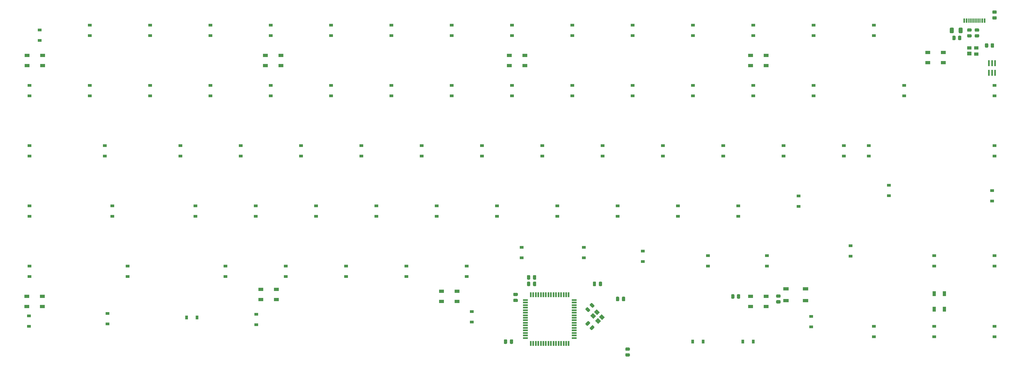
<source format=gbr>
%TF.GenerationSoftware,KiCad,Pcbnew,(5.1.9)-1*%
%TF.CreationDate,2021-05-13T13:18:14-04:00*%
%TF.ProjectId,rnm-75E,726e6d2d-3735-4452-9e6b-696361645f70,rev?*%
%TF.SameCoordinates,Original*%
%TF.FileFunction,Paste,Bot*%
%TF.FilePolarity,Positive*%
%FSLAX46Y46*%
G04 Gerber Fmt 4.6, Leading zero omitted, Abs format (unit mm)*
G04 Created by KiCad (PCBNEW (5.1.9)-1) date 2021-05-13 13:18:14*
%MOMM*%
%LPD*%
G01*
G04 APERTURE LIST*
%ADD10C,0.100000*%
%ADD11R,1.500000X0.550000*%
%ADD12R,0.550000X1.500000*%
%ADD13R,1.800000X1.100000*%
%ADD14R,0.600000X1.450000*%
%ADD15R,0.300000X1.450000*%
%ADD16R,0.500000X1.850000*%
%ADD17R,1.400000X1.000000*%
%ADD18R,1.400000X1.200000*%
%ADD19R,1.500000X1.000000*%
%ADD20R,1.000000X1.500000*%
%ADD21R,1.200000X0.900000*%
%ADD22R,0.900000X1.200000*%
G04 APERTURE END LIST*
%TO.C,R2*%
G36*
G01*
X566337500Y-67812499D02*
X566337500Y-68712501D01*
G75*
G02*
X566087501Y-68962500I-249999J0D01*
G01*
X565562499Y-68962500D01*
G75*
G02*
X565312500Y-68712501I0J249999D01*
G01*
X565312500Y-67812499D01*
G75*
G02*
X565562499Y-67562500I249999J0D01*
G01*
X566087501Y-67562500D01*
G75*
G02*
X566337500Y-67812499I0J-249999D01*
G01*
G37*
G36*
G01*
X568162500Y-67812499D02*
X568162500Y-68712501D01*
G75*
G02*
X567912501Y-68962500I-249999J0D01*
G01*
X567387499Y-68962500D01*
G75*
G02*
X567137500Y-68712501I0J249999D01*
G01*
X567137500Y-67812499D01*
G75*
G02*
X567387499Y-67562500I249999J0D01*
G01*
X567912501Y-67562500D01*
G75*
G02*
X568162500Y-67812499I0J-249999D01*
G01*
G37*
%TD*%
%TO.C,C_FM1*%
G36*
G01*
X500837500Y-62705000D02*
X500837500Y-61755000D01*
G75*
G02*
X501087500Y-61505000I250000J0D01*
G01*
X501587500Y-61505000D01*
G75*
G02*
X501837500Y-61755000I0J-250000D01*
G01*
X501837500Y-62705000D01*
G75*
G02*
X501587500Y-62955000I-250000J0D01*
G01*
X501087500Y-62955000D01*
G75*
G02*
X500837500Y-62705000I0J250000D01*
G01*
G37*
G36*
G01*
X502737500Y-62705000D02*
X502737500Y-61755000D01*
G75*
G02*
X502987500Y-61505000I250000J0D01*
G01*
X503487500Y-61505000D01*
G75*
G02*
X503737500Y-61755000I0J-250000D01*
G01*
X503737500Y-62705000D01*
G75*
G02*
X503487500Y-62955000I-250000J0D01*
G01*
X502987500Y-62955000D01*
G75*
G02*
X502737500Y-62705000I0J250000D01*
G01*
G37*
%TD*%
D10*
%TO.C,Y1*%
G36*
X525379347Y-74859988D02*
G01*
X524530819Y-75708516D01*
X523540869Y-74718566D01*
X524389397Y-73870038D01*
X525379347Y-74859988D01*
G37*
G36*
X523823712Y-73304353D02*
G01*
X522975184Y-74152881D01*
X521985234Y-73162931D01*
X522833762Y-72314403D01*
X523823712Y-73304353D01*
G37*
G36*
X522621631Y-74506434D02*
G01*
X521773103Y-75354962D01*
X520783153Y-74365012D01*
X521631681Y-73516484D01*
X522621631Y-74506434D01*
G37*
G36*
X524177266Y-76062069D02*
G01*
X523328738Y-76910597D01*
X522338788Y-75920647D01*
X523187316Y-75072119D01*
X524177266Y-76062069D01*
G37*
%TD*%
D11*
%TO.C,U1*%
X500300000Y-69406250D03*
X500300000Y-70206250D03*
X500300000Y-71006250D03*
X500300000Y-71806250D03*
X500300000Y-72606250D03*
X500300000Y-73406250D03*
X500300000Y-74206250D03*
X500300000Y-75006250D03*
X500300000Y-75806250D03*
X500300000Y-76606250D03*
X500300000Y-77406250D03*
X500300000Y-78206250D03*
X500300000Y-79006250D03*
X500300000Y-79806250D03*
X500300000Y-80606250D03*
X500300000Y-81406250D03*
D12*
X502000000Y-83106250D03*
X502800000Y-83106250D03*
X503600000Y-83106250D03*
X504400000Y-83106250D03*
X505200000Y-83106250D03*
X506000000Y-83106250D03*
X506800000Y-83106250D03*
X507600000Y-83106250D03*
X508400000Y-83106250D03*
X509200000Y-83106250D03*
X510000000Y-83106250D03*
X510800000Y-83106250D03*
X511600000Y-83106250D03*
X512400000Y-83106250D03*
X513200000Y-83106250D03*
X514000000Y-83106250D03*
D11*
X515700000Y-81406250D03*
X515700000Y-80606250D03*
X515700000Y-79806250D03*
X515700000Y-79006250D03*
X515700000Y-78206250D03*
X515700000Y-77406250D03*
X515700000Y-76606250D03*
X515700000Y-75806250D03*
X515700000Y-75006250D03*
X515700000Y-74206250D03*
X515700000Y-73406250D03*
X515700000Y-72606250D03*
X515700000Y-71806250D03*
X515700000Y-71006250D03*
X515700000Y-70206250D03*
X515700000Y-69406250D03*
D12*
X514000000Y-67706250D03*
X513200000Y-67706250D03*
X512400000Y-67706250D03*
X511600000Y-67706250D03*
X510800000Y-67706250D03*
X510000000Y-67706250D03*
X509200000Y-67706250D03*
X508400000Y-67706250D03*
X507600000Y-67706250D03*
X506800000Y-67706250D03*
X506000000Y-67706250D03*
X505200000Y-67706250D03*
X504400000Y-67706250D03*
X503600000Y-67706250D03*
X502800000Y-67706250D03*
X502000000Y-67706250D03*
%TD*%
D13*
%TO.C,SW1*%
X582612500Y-65881250D03*
X588812500Y-69581250D03*
X582612500Y-69581250D03*
X588812500Y-65881250D03*
%TD*%
%TO.C,R_u2*%
G36*
G01*
X646506250Y11562501D02*
X646506250Y10662499D01*
G75*
G02*
X646256251Y10412500I-249999J0D01*
G01*
X645731249Y10412500D01*
G75*
G02*
X645481250Y10662499I0J249999D01*
G01*
X645481250Y11562501D01*
G75*
G02*
X645731249Y11812500I249999J0D01*
G01*
X646256251Y11812500D01*
G75*
G02*
X646506250Y11562501I0J-249999D01*
G01*
G37*
G36*
G01*
X648331250Y11562501D02*
X648331250Y10662499D01*
G75*
G02*
X648081251Y10412500I-249999J0D01*
G01*
X647556249Y10412500D01*
G75*
G02*
X647306250Y10662499I0J249999D01*
G01*
X647306250Y11562501D01*
G75*
G02*
X647556249Y11812500I249999J0D01*
G01*
X648081251Y11812500D01*
G75*
G02*
X648331250Y11562501I0J-249999D01*
G01*
G37*
%TD*%
%TO.C,R_u1*%
G36*
G01*
X636987500Y13043749D02*
X636987500Y13943751D01*
G75*
G02*
X637237499Y14193750I249999J0D01*
G01*
X637762501Y14193750D01*
G75*
G02*
X638012500Y13943751I0J-249999D01*
G01*
X638012500Y13043749D01*
G75*
G02*
X637762501Y12793750I-249999J0D01*
G01*
X637237499Y12793750D01*
G75*
G02*
X636987500Y13043749I0J249999D01*
G01*
G37*
G36*
G01*
X635162500Y13043749D02*
X635162500Y13943751D01*
G75*
G02*
X635412499Y14193750I249999J0D01*
G01*
X635937501Y14193750D01*
G75*
G02*
X636187500Y13943751I0J-249999D01*
G01*
X636187500Y13043749D01*
G75*
G02*
X635937501Y12793750I-249999J0D01*
G01*
X635412499Y12793750D01*
G75*
G02*
X635162500Y13043749I0J249999D01*
G01*
G37*
%TD*%
%TO.C,R_SW2*%
G36*
G01*
X533056251Y-87268750D02*
X532156249Y-87268750D01*
G75*
G02*
X531906250Y-87018751I0J249999D01*
G01*
X531906250Y-86493749D01*
G75*
G02*
X532156249Y-86243750I249999J0D01*
G01*
X533056251Y-86243750D01*
G75*
G02*
X533306250Y-86493749I0J-249999D01*
G01*
X533306250Y-87018751D01*
G75*
G02*
X533056251Y-87268750I-249999J0D01*
G01*
G37*
G36*
G01*
X533056251Y-85443750D02*
X532156249Y-85443750D01*
G75*
G02*
X531906250Y-85193751I0J249999D01*
G01*
X531906250Y-84668749D01*
G75*
G02*
X532156249Y-84418750I249999J0D01*
G01*
X533056251Y-84418750D01*
G75*
G02*
X533306250Y-84668749I0J-249999D01*
G01*
X533306250Y-85193751D01*
G75*
G02*
X533056251Y-85443750I-249999J0D01*
G01*
G37*
%TD*%
%TO.C,R_SW1*%
G36*
G01*
X579781249Y-67631250D02*
X580681251Y-67631250D01*
G75*
G02*
X580931250Y-67881249I0J-249999D01*
G01*
X580931250Y-68406251D01*
G75*
G02*
X580681251Y-68656250I-249999J0D01*
G01*
X579781249Y-68656250D01*
G75*
G02*
X579531250Y-68406251I0J249999D01*
G01*
X579531250Y-67881249D01*
G75*
G02*
X579781249Y-67631250I249999J0D01*
G01*
G37*
G36*
G01*
X579781249Y-69456250D02*
X580681251Y-69456250D01*
G75*
G02*
X580931250Y-69706249I0J-249999D01*
G01*
X580931250Y-70231251D01*
G75*
G02*
X580681251Y-70481250I-249999J0D01*
G01*
X579781249Y-70481250D01*
G75*
G02*
X579531250Y-70231251I0J249999D01*
G01*
X579531250Y-69706249D01*
G75*
G02*
X579781249Y-69456250I249999J0D01*
G01*
G37*
%TD*%
%TO.C,R_d2*%
G36*
G01*
X641006251Y15481250D02*
X640106249Y15481250D01*
G75*
G02*
X639856250Y15731249I0J249999D01*
G01*
X639856250Y16256251D01*
G75*
G02*
X640106249Y16506250I249999J0D01*
G01*
X641006251Y16506250D01*
G75*
G02*
X641256250Y16256251I0J-249999D01*
G01*
X641256250Y15731249D01*
G75*
G02*
X641006251Y15481250I-249999J0D01*
G01*
G37*
G36*
G01*
X641006251Y13656250D02*
X640106249Y13656250D01*
G75*
G02*
X639856250Y13906249I0J249999D01*
G01*
X639856250Y14431251D01*
G75*
G02*
X640106249Y14681250I249999J0D01*
G01*
X641006251Y14681250D01*
G75*
G02*
X641256250Y14431251I0J-249999D01*
G01*
X641256250Y13906249D01*
G75*
G02*
X641006251Y13656250I-249999J0D01*
G01*
G37*
%TD*%
%TO.C,R_d1*%
G36*
G01*
X643387501Y15481250D02*
X642487499Y15481250D01*
G75*
G02*
X642237500Y15731249I0J249999D01*
G01*
X642237500Y16256251D01*
G75*
G02*
X642487499Y16506250I249999J0D01*
G01*
X643387501Y16506250D01*
G75*
G02*
X643637500Y16256251I0J-249999D01*
G01*
X643637500Y15731249D01*
G75*
G02*
X643387501Y15481250I-249999J0D01*
G01*
G37*
G36*
G01*
X643387501Y13656250D02*
X642487499Y13656250D01*
G75*
G02*
X642237500Y13906249I0J249999D01*
G01*
X642237500Y14431251D01*
G75*
G02*
X642487499Y14681250I249999J0D01*
G01*
X643387501Y14681250D01*
G75*
G02*
X643637500Y14431251I0J-249999D01*
G01*
X643637500Y13906249D01*
G75*
G02*
X643387501Y13656250I-249999J0D01*
G01*
G37*
%TD*%
%TO.C,R1*%
G36*
G01*
X648943751Y21156250D02*
X648043749Y21156250D01*
G75*
G02*
X647793750Y21406249I0J249999D01*
G01*
X647793750Y21931251D01*
G75*
G02*
X648043749Y22181250I249999J0D01*
G01*
X648943751Y22181250D01*
G75*
G02*
X649193750Y21931251I0J-249999D01*
G01*
X649193750Y21406249D01*
G75*
G02*
X648943751Y21156250I-249999J0D01*
G01*
G37*
G36*
G01*
X648943751Y19331250D02*
X648043749Y19331250D01*
G75*
G02*
X647793750Y19581249I0J249999D01*
G01*
X647793750Y20106251D01*
G75*
G02*
X648043749Y20356250I249999J0D01*
G01*
X648943751Y20356250D01*
G75*
G02*
X649193750Y20106251I0J-249999D01*
G01*
X649193750Y19581249D01*
G75*
G02*
X648943751Y19331250I-249999J0D01*
G01*
G37*
%TD*%
D14*
%TO.C,J2*%
X645393750Y18973750D03*
X644593750Y18973750D03*
X639693750Y18973750D03*
X638893750Y18973750D03*
X638893750Y18973750D03*
X639693750Y18973750D03*
X644593750Y18973750D03*
X645393750Y18973750D03*
D15*
X640393750Y18973750D03*
X640893750Y18973750D03*
X641393750Y18973750D03*
X642393750Y18973750D03*
X642893750Y18973750D03*
X643393750Y18973750D03*
X643893750Y18973750D03*
X641893750Y18973750D03*
%TD*%
D16*
%TO.C,J1*%
X646700000Y2443750D03*
X646700000Y5493750D03*
X647700000Y2443750D03*
X647700000Y5493750D03*
X648700000Y2443750D03*
X648700000Y5493750D03*
%TD*%
%TO.C,F1*%
G36*
G01*
X634375000Y15250000D02*
X634375000Y16500000D01*
G75*
G02*
X634625000Y16750000I250000J0D01*
G01*
X635375000Y16750000D01*
G75*
G02*
X635625000Y16500000I0J-250000D01*
G01*
X635625000Y15250000D01*
G75*
G02*
X635375000Y15000000I-250000J0D01*
G01*
X634625000Y15000000D01*
G75*
G02*
X634375000Y15250000I0J250000D01*
G01*
G37*
G36*
G01*
X637175000Y15250000D02*
X637175000Y16500000D01*
G75*
G02*
X637425000Y16750000I250000J0D01*
G01*
X638175000Y16750000D01*
G75*
G02*
X638425000Y16500000I0J-250000D01*
G01*
X638425000Y15250000D01*
G75*
G02*
X638175000Y15000000I-250000J0D01*
G01*
X637425000Y15000000D01*
G75*
G02*
X637175000Y15250000I0J250000D01*
G01*
G37*
%TD*%
D17*
%TO.C,ESD1*%
X642756250Y8418750D03*
X642756250Y10318750D03*
X640556250Y10318750D03*
D18*
X640556250Y8598750D03*
%TD*%
D19*
%TO.C,D98*%
X347731250Y-68250000D03*
X347731250Y-71450000D03*
X342831250Y-68250000D03*
X342831250Y-71450000D03*
%TD*%
%TO.C,D97*%
X416740000Y-69240000D03*
X416740000Y-66040000D03*
X421640000Y-69240000D03*
X421640000Y-66040000D03*
%TD*%
%TO.C,D96*%
X473800000Y-69862500D03*
X473800000Y-66662500D03*
X478700000Y-69862500D03*
X478700000Y-66662500D03*
%TD*%
%TO.C,D95*%
X571431250Y-71450000D03*
X571431250Y-68250000D03*
X576331250Y-71450000D03*
X576331250Y-68250000D03*
%TD*%
D20*
%TO.C,D94*%
X632631250Y-72300000D03*
X629431250Y-72300000D03*
X632631250Y-67400000D03*
X629431250Y-67400000D03*
%TD*%
D19*
%TO.C,D93*%
X627380000Y5690000D03*
X627380000Y8890000D03*
X632280000Y5690000D03*
X632280000Y8890000D03*
%TD*%
%TO.C,D92*%
X576331250Y7950000D03*
X576331250Y4750000D03*
X571431250Y7950000D03*
X571431250Y4750000D03*
%TD*%
%TO.C,D91*%
X500131250Y7950000D03*
X500131250Y4750000D03*
X495231250Y7950000D03*
X495231250Y4750000D03*
%TD*%
%TO.C,D90*%
X418237500Y4750000D03*
X418237500Y7950000D03*
X423137500Y4750000D03*
X423137500Y7950000D03*
%TD*%
%TO.C,D89*%
X347800000Y7937500D03*
X347800000Y4737500D03*
X342900000Y7937500D03*
X342900000Y4737500D03*
%TD*%
D21*
%TO.C,D88*%
X648493750Y-58675000D03*
X648493750Y-55375000D03*
%TD*%
%TO.C,D87*%
X647700000Y-38100000D03*
X647700000Y-34800000D03*
%TD*%
%TO.C,D86*%
X648493750Y-20575000D03*
X648493750Y-23875000D03*
%TD*%
%TO.C,D85*%
X648493750Y-1525000D03*
X648493750Y-4825000D03*
%TD*%
%TO.C,D84*%
X346868750Y16000000D03*
X346868750Y12700000D03*
%TD*%
%TO.C,D83*%
X648493750Y-77725000D03*
X648493750Y-81025000D03*
%TD*%
%TO.C,D82*%
X629443750Y-77725000D03*
X629443750Y-81025000D03*
%TD*%
%TO.C,D81*%
X629412000Y-58675000D03*
X629412000Y-55375000D03*
%TD*%
%TO.C,D80*%
X615156250Y-36387500D03*
X615156250Y-33087500D03*
%TD*%
%TO.C,D79*%
X608806250Y-20575000D03*
X608806250Y-23875000D03*
%TD*%
%TO.C,D78*%
X619918750Y-1525000D03*
X619918750Y-4825000D03*
%TD*%
%TO.C,D77*%
X610393750Y-77725000D03*
X610393750Y-81025000D03*
%TD*%
%TO.C,D76*%
X610393750Y17525000D03*
X610393750Y14225000D03*
%TD*%
%TO.C,D75*%
X602996000Y-55500000D03*
X602996000Y-52200000D03*
%TD*%
%TO.C,D74*%
X600868750Y-20575000D03*
X600868750Y-23875000D03*
%TD*%
%TO.C,D73*%
X591343750Y-1525000D03*
X591343750Y-4825000D03*
%TD*%
%TO.C,D72*%
X591343750Y17525000D03*
X591343750Y14225000D03*
%TD*%
%TO.C,D71*%
X586581250Y-39812500D03*
X586581250Y-36512500D03*
%TD*%
%TO.C,D70*%
X581818750Y-20575000D03*
X581818750Y-23875000D03*
%TD*%
%TO.C,D69*%
X576580000Y-58675000D03*
X576580000Y-55375000D03*
%TD*%
%TO.C,D68*%
X572293750Y-1525000D03*
X572293750Y-4825000D03*
%TD*%
%TO.C,D67*%
X572293750Y17525000D03*
X572293750Y14225000D03*
%TD*%
%TO.C,D66*%
X590550000Y-74550000D03*
X590550000Y-77850000D03*
%TD*%
%TO.C,D65*%
X567531250Y-39625000D03*
X567531250Y-42925000D03*
%TD*%
%TO.C,D64*%
X562768750Y-20575000D03*
X562768750Y-23875000D03*
%TD*%
%TO.C,D63*%
X558006250Y-58675000D03*
X558006250Y-55375000D03*
%TD*%
%TO.C,D62*%
X553243750Y-1525000D03*
X553243750Y-4825000D03*
%TD*%
%TO.C,D61*%
X553243750Y17525000D03*
X553243750Y14225000D03*
%TD*%
D22*
%TO.C,D60*%
X572293750Y-82550000D03*
X568993750Y-82550000D03*
%TD*%
D21*
%TO.C,D59*%
X548481250Y-39625000D03*
X548481250Y-42925000D03*
%TD*%
%TO.C,D58*%
X543718750Y-20575000D03*
X543718750Y-23875000D03*
%TD*%
%TO.C,D57*%
X537368750Y-57212500D03*
X537368750Y-53912500D03*
%TD*%
%TO.C,D56*%
X534193750Y-1525000D03*
X534193750Y-4825000D03*
%TD*%
%TO.C,D55*%
X534193750Y17525000D03*
X534193750Y14225000D03*
%TD*%
%TO.C,D54*%
X529431250Y-39625000D03*
X529431250Y-42925000D03*
%TD*%
D22*
%TO.C,D53*%
X556481250Y-82550000D03*
X553181250Y-82550000D03*
%TD*%
D21*
%TO.C,D52*%
X524668750Y-20575000D03*
X524668750Y-23875000D03*
%TD*%
%TO.C,D51*%
X518795000Y-56005000D03*
X518795000Y-52705000D03*
%TD*%
%TO.C,D50*%
X515143750Y-1525000D03*
X515143750Y-4825000D03*
%TD*%
%TO.C,D49*%
X515143750Y17525000D03*
X515143750Y14225000D03*
%TD*%
%TO.C,D48*%
X510381250Y-39625000D03*
X510381250Y-42925000D03*
%TD*%
%TO.C,D47*%
X505618750Y-20575000D03*
X505618750Y-23875000D03*
%TD*%
%TO.C,D46*%
X499110000Y-56005000D03*
X499110000Y-52705000D03*
%TD*%
%TO.C,D45*%
X496093750Y-1525000D03*
X496093750Y-4825000D03*
%TD*%
%TO.C,D44*%
X496093750Y17525000D03*
X496093750Y14225000D03*
%TD*%
%TO.C,D43*%
X491331250Y-39625000D03*
X491331250Y-42925000D03*
%TD*%
%TO.C,D42*%
X486568750Y-20575000D03*
X486568750Y-23875000D03*
%TD*%
%TO.C,D41*%
X483393750Y-76325000D03*
X483393750Y-73025000D03*
%TD*%
%TO.C,D40*%
X481806250Y-58675000D03*
X481806250Y-61975000D03*
%TD*%
%TO.C,D39*%
X477043750Y-1525000D03*
X477043750Y-4825000D03*
%TD*%
%TO.C,D38*%
X477043750Y17525000D03*
X477043750Y14225000D03*
%TD*%
%TO.C,D37*%
X472281250Y-39625000D03*
X472281250Y-42925000D03*
%TD*%
%TO.C,D36*%
X467518750Y-20575000D03*
X467518750Y-23875000D03*
%TD*%
%TO.C,D35*%
X462756250Y-58675000D03*
X462756250Y-61975000D03*
%TD*%
%TO.C,D34*%
X457993750Y-1525000D03*
X457993750Y-4825000D03*
%TD*%
%TO.C,D33*%
X457993750Y17525000D03*
X457993750Y14225000D03*
%TD*%
%TO.C,D32*%
X453231250Y-39625000D03*
X453231250Y-42925000D03*
%TD*%
%TO.C,D31*%
X448468750Y-20575000D03*
X448468750Y-23875000D03*
%TD*%
%TO.C,D30*%
X443706250Y-58675000D03*
X443706250Y-61975000D03*
%TD*%
%TO.C,D29*%
X438943750Y-1525000D03*
X438943750Y-4825000D03*
%TD*%
%TO.C,D28*%
X438943750Y17525000D03*
X438943750Y14225000D03*
%TD*%
%TO.C,D27*%
X434181250Y-39625000D03*
X434181250Y-42925000D03*
%TD*%
%TO.C,D26*%
X429418750Y-20575000D03*
X429418750Y-23875000D03*
%TD*%
%TO.C,D25*%
X424656250Y-58675000D03*
X424656250Y-61975000D03*
%TD*%
%TO.C,D24*%
X419893750Y-1525000D03*
X419893750Y-4825000D03*
%TD*%
%TO.C,D23*%
X419893750Y17525000D03*
X419893750Y14225000D03*
%TD*%
%TO.C,D22*%
X415131250Y-39625000D03*
X415131250Y-42925000D03*
%TD*%
%TO.C,D21*%
X410368750Y-20575000D03*
X410368750Y-23875000D03*
%TD*%
%TO.C,D20*%
X415290000Y-77215000D03*
X415290000Y-73915000D03*
%TD*%
%TO.C,D19*%
X405606250Y-58675000D03*
X405606250Y-61975000D03*
%TD*%
%TO.C,D18*%
X400843750Y-1525000D03*
X400843750Y-4825000D03*
%TD*%
%TO.C,D17*%
X400843750Y17525000D03*
X400843750Y14225000D03*
%TD*%
%TO.C,D16*%
X396081250Y-39625000D03*
X396081250Y-42925000D03*
%TD*%
%TO.C,D15*%
X391318750Y-20575000D03*
X391318750Y-23875000D03*
%TD*%
D22*
%TO.C,D14*%
X393320000Y-74930000D03*
X396620000Y-74930000D03*
%TD*%
D21*
%TO.C,D13*%
X381793750Y-1525000D03*
X381793750Y-4825000D03*
%TD*%
%TO.C,D12*%
X381793750Y17525000D03*
X381793750Y14225000D03*
%TD*%
%TO.C,D11*%
X368300000Y-76960000D03*
X368300000Y-73660000D03*
%TD*%
%TO.C,D10*%
X374650000Y-58675000D03*
X374650000Y-61975000D03*
%TD*%
%TO.C,D9*%
X369887500Y-39625000D03*
X369887500Y-42925000D03*
%TD*%
%TO.C,D8*%
X367506250Y-20575000D03*
X367506250Y-23875000D03*
%TD*%
%TO.C,D7*%
X362743750Y-1525000D03*
X362743750Y-4825000D03*
%TD*%
%TO.C,D6*%
X362743750Y17525000D03*
X362743750Y14225000D03*
%TD*%
%TO.C,D5*%
X343535000Y-77725000D03*
X343535000Y-74425000D03*
%TD*%
%TO.C,D4*%
X343693750Y-58675000D03*
X343693750Y-61975000D03*
%TD*%
%TO.C,D3*%
X343693750Y-39625000D03*
X343693750Y-42925000D03*
%TD*%
%TO.C,D2*%
X343693750Y-20575000D03*
X343693750Y-23875000D03*
%TD*%
%TO.C,D1*%
X343693750Y-1525000D03*
X343693750Y-4825000D03*
%TD*%
%TO.C,CF3*%
G36*
G01*
X528931250Y-69531250D02*
X528931250Y-68581250D01*
G75*
G02*
X529181250Y-68331250I250000J0D01*
G01*
X529681250Y-68331250D01*
G75*
G02*
X529931250Y-68581250I0J-250000D01*
G01*
X529931250Y-69531250D01*
G75*
G02*
X529681250Y-69781250I-250000J0D01*
G01*
X529181250Y-69781250D01*
G75*
G02*
X528931250Y-69531250I0J250000D01*
G01*
G37*
G36*
G01*
X530831250Y-69531250D02*
X530831250Y-68581250D01*
G75*
G02*
X531081250Y-68331250I250000J0D01*
G01*
X531581250Y-68331250D01*
G75*
G02*
X531831250Y-68581250I0J-250000D01*
G01*
X531831250Y-69531250D01*
G75*
G02*
X531581250Y-69781250I-250000J0D01*
G01*
X531081250Y-69781250D01*
G75*
G02*
X530831250Y-69531250I0J250000D01*
G01*
G37*
%TD*%
%TO.C,C_X2*%
G36*
G01*
X520045927Y-71737322D02*
X520717678Y-72409073D01*
G75*
G02*
X520717678Y-72762627I-176777J-176777D01*
G01*
X520364125Y-73116180D01*
G75*
G02*
X520010571Y-73116180I-176777J176777D01*
G01*
X519338820Y-72444429D01*
G75*
G02*
X519338820Y-72090875I176777J176777D01*
G01*
X519692373Y-71737322D01*
G75*
G02*
X520045927Y-71737322I176777J-176777D01*
G01*
G37*
G36*
G01*
X521389429Y-70393820D02*
X522061180Y-71065571D01*
G75*
G02*
X522061180Y-71419125I-176777J-176777D01*
G01*
X521707627Y-71772678D01*
G75*
G02*
X521354073Y-71772678I-176777J176777D01*
G01*
X520682322Y-71100927D01*
G75*
G02*
X520682322Y-70747373I176777J176777D01*
G01*
X521035875Y-70393820D01*
G75*
G02*
X521389429Y-70393820I176777J-176777D01*
G01*
G37*
%TD*%
%TO.C,C_X1*%
G36*
G01*
X520717678Y-76815927D02*
X520045927Y-77487678D01*
G75*
G02*
X519692373Y-77487678I-176777J176777D01*
G01*
X519338820Y-77134125D01*
G75*
G02*
X519338820Y-76780571I176777J176777D01*
G01*
X520010571Y-76108820D01*
G75*
G02*
X520364125Y-76108820I176777J-176777D01*
G01*
X520717678Y-76462373D01*
G75*
G02*
X520717678Y-76815927I-176777J-176777D01*
G01*
G37*
G36*
G01*
X522061180Y-78159429D02*
X521389429Y-78831180D01*
G75*
G02*
X521035875Y-78831180I-176777J176777D01*
G01*
X520682322Y-78477627D01*
G75*
G02*
X520682322Y-78124073I176777J176777D01*
G01*
X521354073Y-77452322D01*
G75*
G02*
X521707627Y-77452322I176777J-176777D01*
G01*
X522061180Y-77805875D01*
G75*
G02*
X522061180Y-78159429I-176777J-176777D01*
G01*
G37*
%TD*%
%TO.C,C_ucap1*%
G36*
G01*
X524531250Y-63818750D02*
X524531250Y-64768750D01*
G75*
G02*
X524281250Y-65018750I-250000J0D01*
G01*
X523781250Y-65018750D01*
G75*
G02*
X523531250Y-64768750I0J250000D01*
G01*
X523531250Y-63818750D01*
G75*
G02*
X523781250Y-63568750I250000J0D01*
G01*
X524281250Y-63568750D01*
G75*
G02*
X524531250Y-63818750I0J-250000D01*
G01*
G37*
G36*
G01*
X522631250Y-63818750D02*
X522631250Y-64768750D01*
G75*
G02*
X522381250Y-65018750I-250000J0D01*
G01*
X521881250Y-65018750D01*
G75*
G02*
X521631250Y-64768750I0J250000D01*
G01*
X521631250Y-63818750D01*
G75*
G02*
X521881250Y-63568750I250000J0D01*
G01*
X522381250Y-63568750D01*
G75*
G02*
X522631250Y-63818750I0J-250000D01*
G01*
G37*
%TD*%
%TO.C,C_F4*%
G36*
G01*
X496730000Y-67130000D02*
X497680000Y-67130000D01*
G75*
G02*
X497930000Y-67380000I0J-250000D01*
G01*
X497930000Y-67880000D01*
G75*
G02*
X497680000Y-68130000I-250000J0D01*
G01*
X496730000Y-68130000D01*
G75*
G02*
X496480000Y-67880000I0J250000D01*
G01*
X496480000Y-67380000D01*
G75*
G02*
X496730000Y-67130000I250000J0D01*
G01*
G37*
G36*
G01*
X496730000Y-69030000D02*
X497680000Y-69030000D01*
G75*
G02*
X497930000Y-69280000I0J-250000D01*
G01*
X497930000Y-69780000D01*
G75*
G02*
X497680000Y-70030000I-250000J0D01*
G01*
X496730000Y-70030000D01*
G75*
G02*
X496480000Y-69780000I0J250000D01*
G01*
X496480000Y-69280000D01*
G75*
G02*
X496730000Y-69030000I250000J0D01*
G01*
G37*
%TD*%
%TO.C,C_F2*%
G36*
G01*
X496430000Y-82075000D02*
X496430000Y-83025000D01*
G75*
G02*
X496180000Y-83275000I-250000J0D01*
G01*
X495680000Y-83275000D01*
G75*
G02*
X495430000Y-83025000I0J250000D01*
G01*
X495430000Y-82075000D01*
G75*
G02*
X495680000Y-81825000I250000J0D01*
G01*
X496180000Y-81825000D01*
G75*
G02*
X496430000Y-82075000I0J-250000D01*
G01*
G37*
G36*
G01*
X494530000Y-82075000D02*
X494530000Y-83025000D01*
G75*
G02*
X494280000Y-83275000I-250000J0D01*
G01*
X493780000Y-83275000D01*
G75*
G02*
X493530000Y-83025000I0J250000D01*
G01*
X493530000Y-82075000D01*
G75*
G02*
X493780000Y-81825000I250000J0D01*
G01*
X494280000Y-81825000D01*
G75*
G02*
X494530000Y-82075000I0J-250000D01*
G01*
G37*
%TD*%
%TO.C,C_F1*%
G36*
G01*
X500837500Y-64768750D02*
X500837500Y-63818750D01*
G75*
G02*
X501087500Y-63568750I250000J0D01*
G01*
X501587500Y-63568750D01*
G75*
G02*
X501837500Y-63818750I0J-250000D01*
G01*
X501837500Y-64768750D01*
G75*
G02*
X501587500Y-65018750I-250000J0D01*
G01*
X501087500Y-65018750D01*
G75*
G02*
X500837500Y-64768750I0J250000D01*
G01*
G37*
G36*
G01*
X502737500Y-64768750D02*
X502737500Y-63818750D01*
G75*
G02*
X502987500Y-63568750I250000J0D01*
G01*
X503487500Y-63568750D01*
G75*
G02*
X503737500Y-63818750I0J-250000D01*
G01*
X503737500Y-64768750D01*
G75*
G02*
X503487500Y-65018750I-250000J0D01*
G01*
X502987500Y-65018750D01*
G75*
G02*
X502737500Y-64768750I0J250000D01*
G01*
G37*
%TD*%
M02*

</source>
